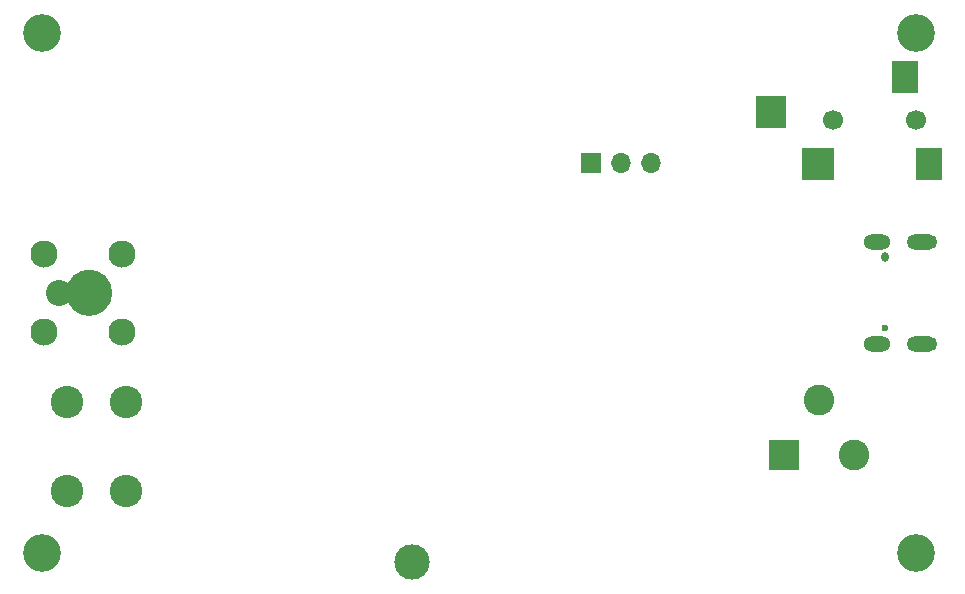
<source format=gbs>
G04 #@! TF.GenerationSoftware,KiCad,Pcbnew,8.0.4-8.0.4-0~ubuntu22.04.1*
G04 #@! TF.CreationDate,2024-08-15T16:32:52-07:00*
G04 #@! TF.ProjectId,harp_lick_detector_capactive,68617270-5f6c-4696-936b-5f6465746563,rev?*
G04 #@! TF.SameCoordinates,PX640a5a0PY7088980*
G04 #@! TF.FileFunction,Soldermask,Bot*
G04 #@! TF.FilePolarity,Negative*
%FSLAX46Y46*%
G04 Gerber Fmt 4.6, Leading zero omitted, Abs format (unit mm)*
G04 Created by KiCad (PCBNEW 8.0.4-8.0.4-0~ubuntu22.04.1) date 2024-08-15 16:32:52*
%MOMM*%
%LPD*%
G01*
G04 APERTURE LIST*
%ADD10C,1.975000*%
%ADD11R,2.600000X2.600000*%
%ADD12C,2.600000*%
%ADD13C,2.200000*%
%ADD14C,2.300000*%
%ADD15C,3.200000*%
%ADD16C,0.600000*%
%ADD17O,0.600000X0.850000*%
%ADD18O,2.300000X1.300000*%
%ADD19O,2.600000X1.300000*%
%ADD20C,2.750000*%
%ADD21R,1.700000X1.700000*%
%ADD22O,1.700000X1.700000*%
%ADD23C,3.000000*%
%ADD24C,1.700000*%
%ADD25R,2.200000X2.800000*%
%ADD26R,2.800000X2.800000*%
%ADD27R,2.600000X2.800000*%
G04 APERTURE END LIST*
D10*
X7987500Y25000000D02*
G75*
G02*
X6012500Y25000000I-987500J0D01*
G01*
X6012500Y25000000D02*
G75*
G02*
X7987500Y25000000I987500J0D01*
G01*
D11*
G04 #@! TO.C,J6*
X65800000Y11250000D03*
D12*
X71800000Y11250000D03*
X68800000Y15950000D03*
G04 #@! TD*
D13*
G04 #@! TO.C,J3*
X7000000Y25000000D03*
X4460000Y25000000D03*
D14*
X3190000Y21723400D03*
X9743200Y21723400D03*
X3190000Y28276600D03*
X9743200Y28276600D03*
G04 #@! TD*
D15*
G04 #@! TO.C,REF\u002A\u002A*
X77000000Y3000000D03*
G04 #@! TD*
G04 #@! TO.C,REF\u002A\u002A*
X77000000Y47000000D03*
G04 #@! TD*
D16*
G04 #@! TO.C,J5*
X74400000Y22000000D03*
D17*
X74400000Y28000000D03*
D18*
X73675000Y20680000D03*
D19*
X77500000Y20680000D03*
D18*
X73675000Y29320000D03*
D19*
X77500000Y29320000D03*
G04 #@! TD*
D15*
G04 #@! TO.C,REF\u002A\u002A*
X3000000Y47000000D03*
G04 #@! TD*
G04 #@! TO.C,REF\u002A\u002A*
X3000000Y3000000D03*
G04 #@! TD*
D20*
G04 #@! TO.C,H1*
X10100000Y15750000D03*
X5100000Y15750000D03*
X10100000Y8250000D03*
X5100000Y8250000D03*
G04 #@! TD*
D21*
G04 #@! TO.C,J2*
X49500000Y36000000D03*
D22*
X52040000Y36000000D03*
X54580000Y36000000D03*
G04 #@! TD*
D23*
G04 #@! TO.C,TP1*
X34300000Y2200000D03*
G04 #@! TD*
D24*
G04 #@! TO.C,J4*
X70000000Y39600000D03*
X77000000Y39600000D03*
D25*
X76100000Y43300000D03*
X78100000Y35900000D03*
D26*
X68700000Y35900000D03*
D27*
X64700000Y40350000D03*
G04 #@! TD*
M02*

</source>
